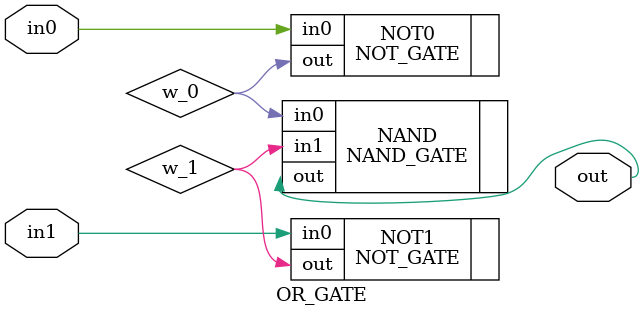
<source format=v>
module OR_GATE(
     input wire       in0,
     input wire       in1,
     output wire       out
);
    wire w_0;
    wire w_1;
    NOT_GATE NOT0(
        .in0    (in0    ),
        .out    (w_0    )
    );
    NOT_GATE NOT1(
        .in0    (in1    ),
        .out    (w_1    )
    );
    NAND_GATE NAND(
        .in0    (w_0    ),
        .in1    (w_1    ),
        .out    (out    )
    );
endmodule

</source>
